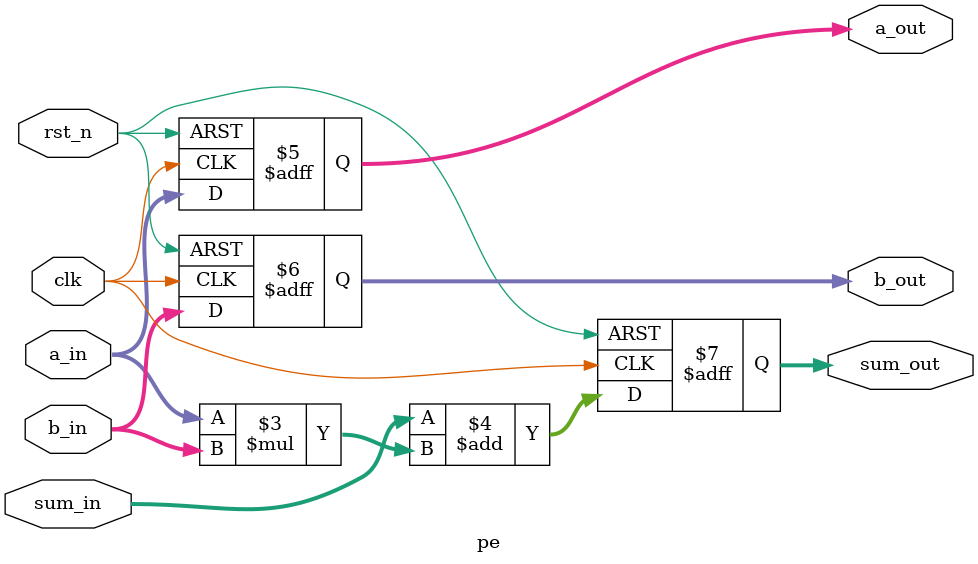
<source format=v>
module simple_systolic_array(
    input clk,
    input rst_n,
    input valid_in,
    input [11:0] matrix_a_in,
    input [11:0] matrix_b_in,
    output [23:0] matrix_c_out,
    output valid_out
);
//internal 3 wire to get the 12 bit input on 3 wires
wire [3:0] a_in [0:2]; 
wire [3:0] b_in [0:2];



//wires between the input and the registers before pe blocks
wire [3:0] a_input1_reg;
wire [3:0] b_input1_reg;
wire[3:0] a_input2_reg1;
wire[3:0] b_input2_reg1;
wire[3:0] a_input2_reg2;
wire[3:0] b_input2_reg2;

//internal wires for the output of the pe blocks
wire [3:0] a00_out, a01_out, a02_out;
wire [3:0] a10_out, a11_out, a12_out;
wire [3:0] a20_out, a21_out, a22_out;

wire [3:0] b00_out, b01_out, b02_out;
wire [3:0] b10_out, b11_out, b12_out;
wire [3:0] b20_out, b21_out, b22_out;


//sum inside the pe blocks
wire [7:0] sum00_in, sum01_in, sum02_in;
wire [7:0] sum10_in, sum11_in, sum12_in;
wire [7:0] sum20_in, sum21_in, sum22_in;


//output of the pe blocks
wire [7:0] sum00_out, sum01_out, sum02_out;
wire [7:0] sum10_out, sum11_out, sum12_out;
wire [7:0] sum20_out, sum21_out, sum22_out;



//divide the input into the 3 wires
assign a_in[0] = matrix_a_in[3:0];
assign a_in[1] = matrix_a_in[7:4];
assign a_in[2] = matrix_a_in[11:8];
assign b_in[0] = matrix_b_in[3:0];
assign b_in[1] = matrix_b_in[7:4];
assign b_in[2] = matrix_b_in[11:8];


DFF dff_a1(clk , rst_n , a_in[1], a_input1_reg);
DFF dff_a2(clk , rst_n , a_in[2], a_input2_reg1);
DFF dff_a22(clk , rst_n , a_input2_reg1, a_input2_reg2);


DFF dff_b1(clk , rst_n , b_in[1], b_input1_reg);
DFF dff_b2(clk , rst_n , b_in[2], b_input2_reg1);
DFF dff_b22(clk , rst_n , b_input2_reg1, b_input2_reg2);


//first row of pe blocks
pe pe00(clk,rst_n, a_in[0], b_in[0], sum00_in, a00_out, b00_out, sum00_out);
pe pe01(clk,rst_n, a00_out, b_input1_reg, sum01_in, a01_out, b01_out, sum01_out);
pe pe02(clk,rst_n, a01_out, b_input2_reg2, sum02_in, a02_out, b02_out, sum02_out);

//second row of pe blocks
pe pe10(clk,rst_n, a_input1_reg, b00_out, sum10_in, a10_out, b10_out, sum10_out);
pe pe11(clk,rst_n, a10_out, b01_out, sum11_in, a11_out, b11_out, sum11_out);
pe pe12(clk,rst_n, a11_out, b02_out, sum12_in, a12_out, b12_out, sum12_out);

//third row of pe blocks
pe pe20(clk,rst_n, a_input2_reg2, b10_out, sum20_in, a20_out, b20_out, sum20_out);
pe pe21(clk,rst_n, a20_out, b11_out, sum21_in, a21_out, b21_out, sum21_out);
pe pe22(clk,rst_n, a21_out, b12_out, sum22_in, a22_out, b22_out, sum22_out);


reg [1:0] clk_counter;
reg [23:0] sum_out;
reg valid_out_reg;

always@(posedge clk or negedge rst_n) begin
    if(!rst_n) begin
        sum_out <= 0;
        clk_counter <= 0;
        valid_out_reg <= 0;
    end else begin
        if(!valid_in) begin
            clk_counter <= clk_counter + 1;
            if(clk_counter == 0) begin
                sum_out <= {sum00_out, sum01_out, sum02_out};
            end
            else if(clk_counter == 1) begin
                sum_out <= {sum10_out, sum11_out, sum12_out};
            end
            else if(clk_counter == 2) begin
                sum_out <= {sum20_out, sum21_out, sum22_out};
            end
            else begin
                valid_out_reg <= 1'b0;
                clk_counter <= 0;
            end


    end
end
end
assign valid_out = valid_out_reg;

assign matrix_c_out = sum_out;
endmodule
















module DFF(
    input clk,
    input rst_n,
    input [3:0] d,
    output reg [3:0] q
);

    always @(posedge clk or negedge rst_n) begin
        if (!rst_n) begin
            q <= 0;
        end else begin
            q <= d;
        end
    end
endmodule


module pe(
    input clk,
    input rst_n,
    input [3:0] a_in,
    input [3:0] b_in,
    input [7:0] sum_in,
    output reg [3:0] a_out,
    output reg [3:0] b_out,
    output reg [7:0] sum_out
);

always @(posedge clk or negedge rst_n) begin
    if (!rst_n) begin
        a_out <= 0;
        b_out <= 0;
        sum_out <= 0;
        valid_out <= 0;  
    end else begin
        a_out <= a_in;
        b_out <= b_in;
        sum_out <= sum_in + (a_in * b_in);
        
    end
end

endmodule


</source>
